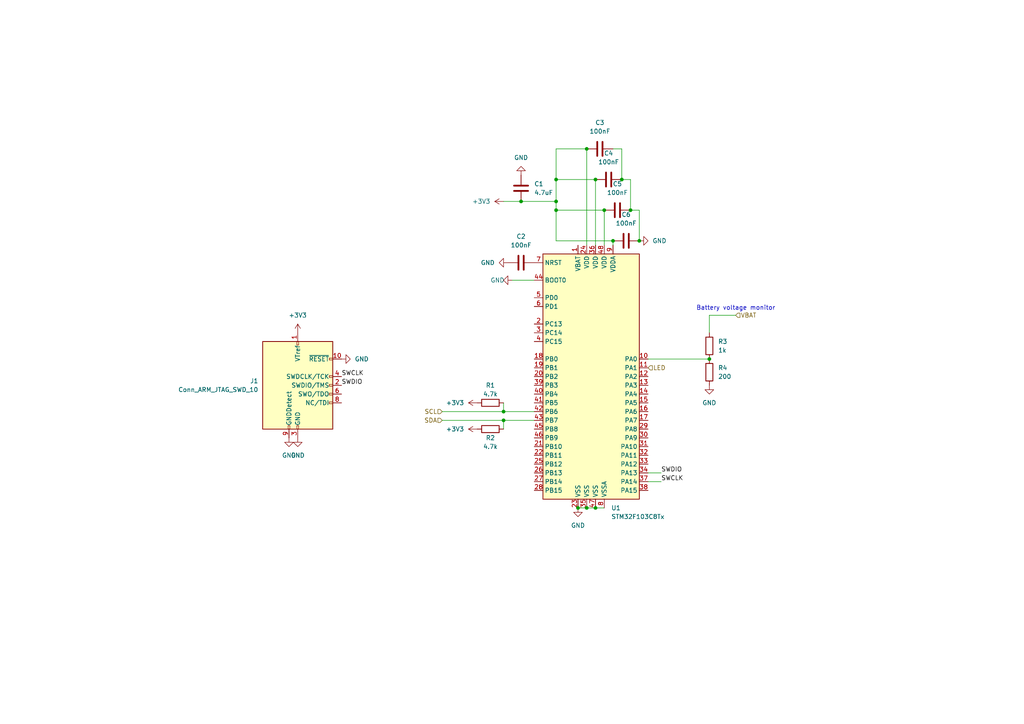
<source format=kicad_sch>
(kicad_sch (version 20211123) (generator eeschema)
  (paper "A4")
  (lib_symbols
    (symbol "Connector:Conn_ARM_JTAG_SWD_10" (pin_names (offset 1.016))
      (property "Reference" "J" (at -2.54 16.51 0))
      (property "Value" "Conn_ARM_JTAG_SWD_10" (at -2.54 13.97 0))
      (symbol "Conn_ARM_JTAG_SWD_10_0_1"
        (rectangle (start -10.16 12.7) (end 10.16 -12.7) (stroke (width 0.254)) (fill (type background)))
        (rectangle (start -2.794 -12.7) (end -2.286 -11.684))
        (rectangle (start -0.254 -12.7) (end 0.254 -11.684))
        (rectangle (start -0.254 12.7) (end 0.254 11.684))
        (rectangle (start 9.144 2.286) (end 10.16 2.794))
        (rectangle (start 10.16 -2.794) (end 9.144 -2.286))
        (rectangle (start 10.16 -0.254) (end 9.144 0.254))
        (rectangle (start 10.16 7.874) (end 9.144 7.366))
      )
      (symbol "Conn_ARM_JTAG_SWD_10_1_1"
        (rectangle (start 9.144 -5.334) (end 10.16 -4.826))
        (pin power_in line (at 0 15.24 270) (length 2.54) (name "VTref") (number "1"))
        (pin open_collector line (at 12.7 7.62 180) (length 2.54) (name "~{RESET}") (number "10"))
        (pin bidirectional line (at 12.7 0 180) (length 2.54) (name "SWDIO/TMS") (number "2"))
        (pin power_in line (at 0 -15.24 90) (length 2.54) (name "GND") (number "3"))
        (pin output line (at 12.7 2.54 180) (length 2.54) (name "SWDCLK/TCK") (number "4"))
        (pin passive line (at 0 -15.24 90) (length 2.54) hide (name "GND") (number "5"))
        (pin input line (at 12.7 -2.54 180) (length 2.54) (name "SWO/TDO") (number "6"))
        (pin no_connect line (at -10.16 0 0) (length 2.54) hide (name "KEY") (number "7"))
        (pin output line (at 12.7 -5.08 180) (length 2.54) (name "NC/TDI") (number "8"))
        (pin passive line (at -2.54 -15.24 90) (length 2.54) (name "GNDDetect") (number "9"))
      )
    )
    (symbol "Device:C" (pin_numbers hide) (pin_names (offset 0.254))
      (property "Reference" "C" (at 0.635 2.54 0))
      (property "Value" "C" (at 0.635 -2.54 0))
      (symbol "C_0_1"
        (polyline (pts (xy -2.032 -0.762) (xy 2.032 -0.762)) (stroke (width 0.508)))
        (polyline (pts (xy -2.032 0.762) (xy 2.032 0.762)) (stroke (width 0.508)))
      )
      (symbol "C_1_1"
        (pin passive line (at 0 3.81 270) (length 2.794) (name "~") (number "1"))
        (pin passive line (at 0 -3.81 90) (length 2.794) (name "~") (number "2"))
      )
    )
    (symbol "Device:R" (pin_numbers hide) (pin_names (offset 0))
      (property "Reference" "R" (at 2.032 0 90))
      (property "Value" "R" (at 0 0 90))
      (symbol "R_0_1"
        (rectangle (start -1.016 -2.54) (end 1.016 2.54) (stroke (width 0.254)))
      )
      (symbol "R_1_1"
        (pin passive line (at 0 3.81 270) (length 1.27) (name "~") (number "1"))
        (pin passive line (at 0 -3.81 90) (length 1.27) (name "~") (number "2"))
      )
    )
    (symbol "MCU_ST_STM32F1:STM32F103C8Tx"
      (property "Reference" "U" (at -15.24 36.83 0))
      (property "Value" "STM32F103C8Tx" (at 7.62 36.83 0))
      (symbol "STM32F103C8Tx_0_1"
        (rectangle (start -15.24 -35.56) (end 12.7 35.56) (stroke (width 0.254)) (fill (type background)))
      )
      (symbol "STM32F103C8Tx_1_1"
        (pin power_in line (at -5.08 38.1 270) (length 2.54) (name "VBAT") (number "1"))
        (pin bidirectional line (at 15.24 5.08 180) (length 2.54) (name "PA0") (number "10"))
        (pin bidirectional line (at 15.24 2.54 180) (length 2.54) (name "PA1") (number "11"))
        (pin bidirectional line (at 15.24 0 180) (length 2.54) (name "PA2") (number "12"))
        (pin bidirectional line (at 15.24 -2.54 180) (length 2.54) (name "PA3") (number "13"))
        (pin bidirectional line (at 15.24 -5.08 180) (length 2.54) (name "PA4") (number "14"))
        (pin bidirectional line (at 15.24 -7.62 180) (length 2.54) (name "PA5") (number "15"))
        (pin bidirectional line (at 15.24 -10.16 180) (length 2.54) (name "PA6") (number "16"))
        (pin bidirectional line (at 15.24 -12.7 180) (length 2.54) (name "PA7") (number "17"))
        (pin bidirectional line (at -17.78 5.08 0) (length 2.54) (name "PB0") (number "18"))
        (pin bidirectional line (at -17.78 2.54 0) (length 2.54) (name "PB1") (number "19"))
        (pin bidirectional line (at -17.78 15.24 0) (length 2.54) (name "PC13") (number "2"))
        (pin bidirectional line (at -17.78 0 0) (length 2.54) (name "PB2") (number "20"))
        (pin bidirectional line (at -17.78 -20.32 0) (length 2.54) (name "PB10") (number "21"))
        (pin bidirectional line (at -17.78 -22.86 0) (length 2.54) (name "PB11") (number "22"))
        (pin power_in line (at -5.08 -38.1 90) (length 2.54) (name "VSS") (number "23"))
        (pin power_in line (at -2.54 38.1 270) (length 2.54) (name "VDD") (number "24"))
        (pin bidirectional line (at -17.78 -25.4 0) (length 2.54) (name "PB12") (number "25"))
        (pin bidirectional line (at -17.78 -27.94 0) (length 2.54) (name "PB13") (number "26"))
        (pin bidirectional line (at -17.78 -30.48 0) (length 2.54) (name "PB14") (number "27"))
        (pin bidirectional line (at -17.78 -33.02 0) (length 2.54) (name "PB15") (number "28"))
        (pin bidirectional line (at 15.24 -15.24 180) (length 2.54) (name "PA8") (number "29"))
        (pin bidirectional line (at -17.78 12.7 0) (length 2.54) (name "PC14") (number "3"))
        (pin bidirectional line (at 15.24 -17.78 180) (length 2.54) (name "PA9") (number "30"))
        (pin bidirectional line (at 15.24 -20.32 180) (length 2.54) (name "PA10") (number "31"))
        (pin bidirectional line (at 15.24 -22.86 180) (length 2.54) (name "PA11") (number "32"))
        (pin bidirectional line (at 15.24 -25.4 180) (length 2.54) (name "PA12") (number "33"))
        (pin bidirectional line (at 15.24 -27.94 180) (length 2.54) (name "PA13") (number "34"))
        (pin power_in line (at -2.54 -38.1 90) (length 2.54) (name "VSS") (number "35"))
        (pin power_in line (at 0 38.1 270) (length 2.54) (name "VDD") (number "36"))
        (pin bidirectional line (at 15.24 -30.48 180) (length 2.54) (name "PA14") (number "37"))
        (pin bidirectional line (at 15.24 -33.02 180) (length 2.54) (name "PA15") (number "38"))
        (pin bidirectional line (at -17.78 -2.54 0) (length 2.54) (name "PB3") (number "39"))
        (pin bidirectional line (at -17.78 10.16 0) (length 2.54) (name "PC15") (number "4"))
        (pin bidirectional line (at -17.78 -5.08 0) (length 2.54) (name "PB4") (number "40"))
        (pin bidirectional line (at -17.78 -7.62 0) (length 2.54) (name "PB5") (number "41"))
        (pin bidirectional line (at -17.78 -10.16 0) (length 2.54) (name "PB6") (number "42"))
        (pin bidirectional line (at -17.78 -12.7 0) (length 2.54) (name "PB7") (number "43"))
        (pin input line (at -17.78 27.94 0) (length 2.54) (name "BOOT0") (number "44"))
        (pin bidirectional line (at -17.78 -15.24 0) (length 2.54) (name "PB8") (number "45"))
        (pin bidirectional line (at -17.78 -17.78 0) (length 2.54) (name "PB9") (number "46"))
        (pin power_in line (at 0 -38.1 90) (length 2.54) (name "VSS") (number "47"))
        (pin power_in line (at 2.54 38.1 270) (length 2.54) (name "VDD") (number "48"))
        (pin input line (at -17.78 22.86 0) (length 2.54) (name "PD0") (number "5"))
        (pin input line (at -17.78 20.32 0) (length 2.54) (name "PD1") (number "6"))
        (pin input line (at -17.78 33.02 0) (length 2.54) (name "NRST") (number "7"))
        (pin power_in line (at 2.54 -38.1 90) (length 2.54) (name "VSSA") (number "8"))
        (pin power_in line (at 5.08 38.1 270) (length 2.54) (name "VDDA") (number "9"))
      )
    )
    (symbol "power:+3V3" (power) (pin_names (offset 0))
      (property "Value" "+3V3" (at 0 3.556 0))
      (symbol "+3V3_0_1"
        (polyline (pts (xy -0.762 1.27) (xy 0 2.54)))
        (polyline (pts (xy 0 0) (xy 0 2.54)))
        (polyline (pts (xy 0 2.54) (xy 0.762 1.27)))
      )
      (symbol "+3V3_1_1"
        (pin power_in line (at 0 0 90) (length 0) hide (name "+3V3") (number "1"))
      )
    )
    (symbol "power:GND" (power) (pin_names (offset 0))
      (property "Value" "GND" (at 0 -3.81 0))
      (symbol "GND_0_1"
        (polyline (pts (xy 0 0) (xy 0 -1.27) (xy 1.27 -1.27) (xy 0 -2.54) (xy -1.27 -1.27) (xy 0 -1.27)))
      )
      (symbol "GND_1_1"
        (pin power_in line (at 0 0 270) (length 0) hide (name "GND") (number "1"))
      )
    )
  )
  (junction (at 172.72 52.07))
  (junction (at 182.88 60.96))
  (junction (at 177.8 69.85))
  (junction (at 180.34 52.07))
  (junction (at 167.64 147.32))
  (junction (at 170.18 147.32))
  (junction (at 172.72 147.32))
  (junction (at 175.26 60.96))
  (junction (at 170.18 43.18))
  (junction (at 146.05 119.38))
  (junction (at 161.29 58.42))
  (junction (at 151.13 58.42))
  (junction (at 161.29 60.96))
  (junction (at 185.42 69.85))
  (junction (at 205.74 104.14))
  (junction (at 161.29 52.07))
  (junction (at 146.05 121.92))
  (wire (pts (xy 146.05 121.92) (xy 154.94 121.92)))
  (wire (pts (xy 161.29 43.18) (xy 170.18 43.18)))
  (wire (pts (xy 128.27 119.38) (xy 146.05 119.38)))
  (wire (pts (xy 182.88 60.96) (xy 182.88 52.07)))
  (wire (pts (xy 151.13 58.42) (xy 161.29 58.42)))
  (wire (pts (xy 191.77 137.16) (xy 187.96 137.16)))
  (wire (pts (xy 146.05 119.38) (xy 154.94 119.38)))
  (wire (pts (xy 180.34 43.18) (xy 177.8 43.18)))
  (wire (pts (xy 185.42 69.85) (xy 185.42 60.96)))
  (wire (pts (xy 205.74 91.44) (xy 205.74 96.52)))
  (wire (pts (xy 175.26 60.96) (xy 175.26 71.12)))
  (wire (pts (xy 161.29 52.07) (xy 161.29 58.42)))
  (wire (pts (xy 161.29 52.07) (xy 172.72 52.07)))
  (wire (pts (xy 161.29 60.96) (xy 175.26 60.96)))
  (wire (pts (xy 182.88 52.07) (xy 180.34 52.07)))
  (wire (pts (xy 161.29 58.42) (xy 161.29 60.96)))
  (wire (pts (xy 146.05 121.92) (xy 146.05 124.46)))
  (wire (pts (xy 148.59 81.28) (xy 154.94 81.28)))
  (wire (pts (xy 172.72 147.32) (xy 175.26 147.32)))
  (wire (pts (xy 172.72 52.07) (xy 172.72 71.12)))
  (wire (pts (xy 146.05 116.84) (xy 146.05 119.38)))
  (wire (pts (xy 161.29 60.96) (xy 161.29 69.85)))
  (wire (pts (xy 180.34 52.07) (xy 180.34 43.18)))
  (wire (pts (xy 191.77 139.7) (xy 187.96 139.7)))
  (wire (pts (xy 128.27 121.92) (xy 146.05 121.92)))
  (wire (pts (xy 170.18 147.32) (xy 172.72 147.32)))
  (wire (pts (xy 161.29 69.85) (xy 177.8 69.85)))
  (wire (pts (xy 213.36 91.44) (xy 205.74 91.44)))
  (wire (pts (xy 167.64 147.32) (xy 170.18 147.32)))
  (wire (pts (xy 185.42 60.96) (xy 182.88 60.96)))
  (wire (pts (xy 170.18 43.18) (xy 170.18 71.12)))
  (wire (pts (xy 177.8 69.85) (xy 177.8 71.12)))
  (wire (pts (xy 146.05 58.42) (xy 151.13 58.42)))
  (wire (pts (xy 161.29 43.18) (xy 161.29 52.07)))
  (wire (pts (xy 187.96 104.14) (xy 205.74 104.14)))
  (text "Battery voltage monitor" (at 201.93 90.17 0) (effects (font (size 1.27 1.27)) (justify left bottom)))
  (label "SWDIO" (at 99.06 111.76 0))
  (label "SWDIO" (at 191.77 137.16 0))
  (label "SWCLK" (at 99.06 109.22 0))
  (label "SWCLK" (at 191.77 139.7 0))
  (hierarchical_label "SDA" (shape input) (at 128.27 121.92 180))
  (hierarchical_label "LED" (shape input) (at 187.96 106.68 0))
  (hierarchical_label "VBAT" (shape input) (at 213.36 91.44 0))
  (hierarchical_label "SCL" (shape input) (at 128.27 119.38 180))
  (symbol (lib_id "power:GND") (at 99.06 104.14 90) (unit 1)
    (property "Reference" "#PWR0103" (effects hide))
    (property "Value" "GND" (at 102.87 104.1399 90) (effects (justify right)))
  )
  (symbol (lib_id "Device:R") (at 205.74 107.95 0) (unit 1)
    (property "Reference" "R4" (at 208.28 106.6799 0) (effects (justify left)))
    (property "Value" "200" (at 208.28 109.2199 0) (effects (justify left)))
    (property "Footprint" "Resistor_SMD:R_0805_2012Metric" (effects hide))
  )
  (symbol (lib_id "power:GND") (at 167.64 147.32 0) (unit 1)
    (property "Reference" "#PWR0112" (effects hide))
    (property "Value" "GND" (at 167.64 152.4 0))
  )
  (symbol (lib_id "power:GND") (at 86.36 127 0) (unit 1)
    (property "Reference" "#PWR0104" (effects hide))
    (property "Value" "GND" (at 86.36 132.08 0))
  )
  (symbol (lib_id "Device:R") (at 142.24 124.46 270) (unit 1)
    (property "Reference" "R2" (at 142.24 127 90))
    (property "Value" "4.7k" (at 142.24 129.54 90))
    (property "Footprint" "Resistor_SMD:R_0402_1005Metric" (effects hide))
  )
  (symbol (lib_id "power:GND") (at 148.59 81.28 270) (unit 1)
    (property "Reference" "#PWR0109" (effects hide))
    (property "Value" "GND" (at 142.24 81.28 90) (effects (justify left)))
  )
  (symbol (lib_id "Device:C") (at 176.53 52.07 270) (unit 1)
    (property "Reference" "C4" (at 176.53 44.45 90))
    (property "Value" "100nF" (at 176.53 46.99 90))
    (property "Footprint" "Capacitor_SMD:C_0805_2012Metric" (effects hide))
  )
  (symbol (lib_id "MCU_ST_STM32F1:STM32F103C8Tx") (at 172.72 109.22 0) (unit 1)
    (property "Reference" "U1" (at 177.2794 147.32 0) (effects (justify left)))
    (property "Value" "STM32F103C8Tx" (at 177.2794 149.86 0) (effects (justify left)))
    (property "Footprint" "Package_QFP:LQFP-48_7x7mm_P0.5mm" (effects hide))
    (property "Datasheet" "http://www.st.com/st-web-ui/static/active/en/resource/technical/document/datasheet/CD00161566.pdf" (effects hide))
  )
  (symbol (lib_id "power:GND") (at 185.42 69.85 90) (unit 1)
    (property "Reference" "#PWR0110" (effects hide))
    (property "Value" "GND" (at 189.23 69.8499 90) (effects (justify right)))
  )
  (symbol (lib_id "Device:R") (at 142.24 116.84 270) (unit 1)
    (property "Reference" "R1" (at 142.24 111.76 90))
    (property "Value" "4.7k" (at 142.24 114.3 90))
    (property "Footprint" "Resistor_SMD:R_0402_1005Metric" (effects hide))
  )
  (symbol (lib_id "Connector:Conn_ARM_JTAG_SWD_10") (at 86.36 111.76 0) (unit 1)
    (property "Reference" "J1" (at 74.93 110.4899 0) (effects (justify right)))
    (property "Value" "Conn_ARM_JTAG_SWD_10" (at 74.93 113.0299 0) (effects (justify right)))
    (property "Footprint" "Connector_PinHeader_1.27mm:PinHeader_2x05_P1.27mm_Vertical_SMD" (effects hide))
    (property "Datasheet" "http://infocenter.arm.com/help/topic/com.arm.doc.ddi0314h/DDI0314H_coresight_components_trm.pdf" (effects hide))
  )
  (symbol (lib_id "power:GND") (at 83.82 127 0) (unit 1)
    (property "Reference" "#PWR0102" (effects hide))
    (property "Value" "GND" (at 83.82 132.08 0))
  )
  (symbol (lib_id "Device:C") (at 179.07 60.96 270) (unit 1)
    (property "Reference" "C5" (at 179.07 53.34 90))
    (property "Value" "100nF" (at 179.07 55.88 90))
    (property "Footprint" "Capacitor_SMD:C_0805_2012Metric" (effects hide))
  )
  (symbol (lib_id "power:+3V3") (at 138.43 124.46 90) (unit 1)
    (property "Reference" "#PWR0106" (effects hide))
    (property "Value" "+3V3" (at 134.62 124.4599 90) (effects (justify left)))
  )
  (symbol (lib_id "Device:C") (at 181.61 69.85 270) (unit 1)
    (property "Reference" "C6" (at 181.61 62.23 90))
    (property "Value" "100nF" (at 181.61 64.77 90))
    (property "Footprint" "Capacitor_SMD:C_0805_2012Metric" (effects hide))
  )
  (symbol (lib_id "power:+3V3") (at 138.43 116.84 90) (unit 1)
    (property "Reference" "#PWR0107" (effects hide))
    (property "Value" "+3V3" (at 134.62 116.8399 90) (effects (justify left)))
  )
  (symbol (lib_id "Device:C") (at 151.13 54.61 0) (unit 1)
    (property "Reference" "C1" (at 154.94 53.3399 0) (effects (justify left)))
    (property "Value" "4.7uF" (at 154.94 55.8799 0) (effects (justify left)))
    (property "Footprint" "Capacitor_SMD:C_0805_2012Metric" (effects hide))
  )
  (symbol (lib_id "Device:R") (at 205.74 100.33 0) (unit 1)
    (property "Reference" "R3" (at 208.28 99.0599 0) (effects (justify left)))
    (property "Value" "1k" (at 208.28 101.5999 0) (effects (justify left)))
    (property "Footprint" "Resistor_SMD:R_0805_2012Metric" (effects hide))
  )
  (symbol (lib_id "power:+3V3") (at 146.05 58.42 90) (unit 1)
    (property "Reference" "#PWR0108" (effects hide))
    (property "Value" "+3V3" (at 142.24 58.4199 90) (effects (justify left)))
  )
  (symbol (lib_id "power:+3V3") (at 86.36 96.52 0) (unit 1)
    (property "Reference" "#PWR0105" (effects hide))
    (property "Value" "+3V3" (at 86.36 91.44 0))
  )
  (symbol (lib_id "Device:C") (at 151.13 76.2 270) (unit 1)
    (property "Reference" "C2" (at 151.13 68.58 90))
    (property "Value" "100nF" (at 151.13 71.12 90))
    (property "Footprint" "Capacitor_SMD:C_0805_2012Metric" (effects hide))
  )
  (symbol (lib_id "Device:C") (at 173.99 43.18 270) (unit 1)
    (property "Reference" "C3" (at 173.99 35.56 90))
    (property "Value" "100nF" (at 173.99 38.1 90))
    (property "Footprint" "Capacitor_SMD:C_0805_2012Metric" (effects hide))
  )
  (symbol (lib_id "power:GND") (at 147.32 76.2 270) (unit 1)
    (property "Reference" "#PWR0113" (effects hide))
    (property "Value" "GND" (at 143.51 76.1999 90) (effects (justify right)))
  )
  (symbol (lib_id "power:GND") (at 151.13 50.8 0) (mirror x) (unit 1)
    (property "Reference" "#PWR0101" (effects hide))
    (property "Value" "GND" (at 151.13 45.72 0))
  )
  (symbol (lib_id "power:GND") (at 205.74 111.76 0) (unit 1)
    (property "Reference" "#PWR0111" (effects hide))
    (property "Value" "GND" (at 205.74 116.84 0))
  )
)
</source>
